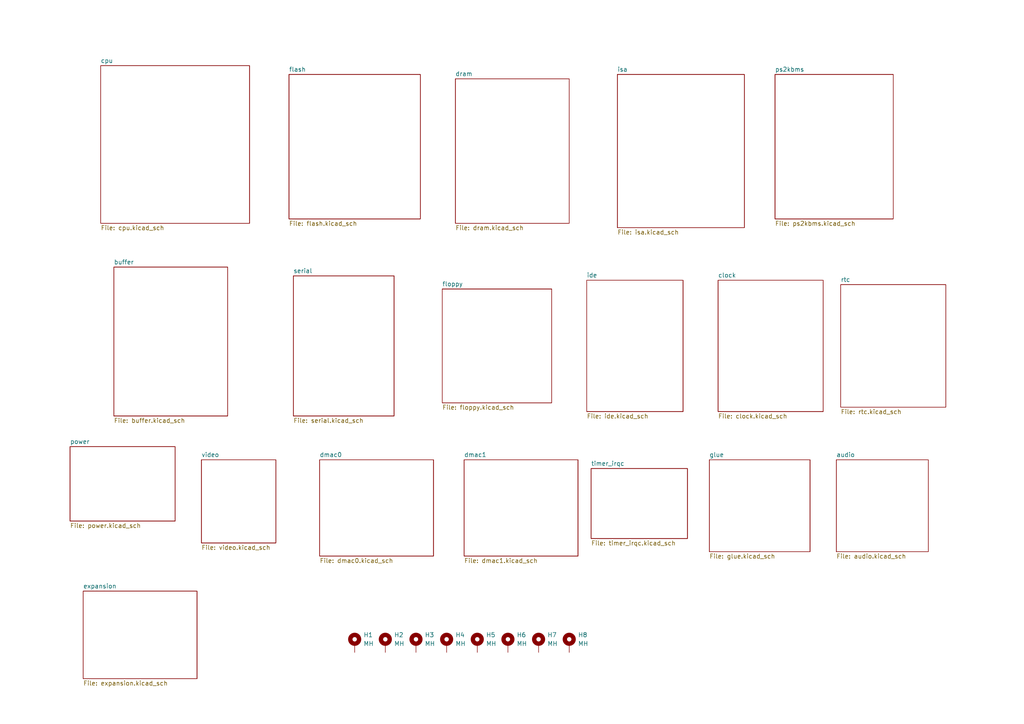
<source format=kicad_sch>
(kicad_sch (version 20230121) (generator eeschema)
  (paper "A4")
  (lib_symbols
    (symbol "Mechanical:MountingHole_Pad" (pin_numbers hide) (pin_names (offset 1.016) hide)
      (property "Reference" "H" (at 0 6.35 0))
      (property "Value" "MountingHole_Pad" (at 0 4.445 0))
      (symbol "MountingHole_Pad_0_1"
        (circle (center 0 1.27) (radius 1.27) (stroke (width 1.27)))
      )
      (symbol "MountingHole_Pad_1_1"
        (pin input line (at 0 -2.54 90) (length 2.54) (name "1") (number "1"))
      )
    )
  )
  (symbol (lib_id "Mechanical:MountingHole_Pad") (at 165.1 186.69 0) (unit 1)
    (property "Reference" "H8" (at 167.64 184.15 0) (effects (justify left)))
    (property "Value" "MH" (at 167.64 186.69 0) (effects (justify left)))
    (property "Footprint" "MountingHole:MountingHole_3.2mm_M3_Pad" (effects hide))
  )
  (symbol (lib_id "Mechanical:MountingHole_Pad") (at 129.54 186.69 0) (unit 1)
    (property "Reference" "H4" (at 132.08 184.15 0) (effects (justify left)))
    (property "Value" "MH" (at 132.08 186.69 0) (effects (justify left)))
    (property "Footprint" "MountingHole:MountingHole_3.2mm_M3_Pad" (effects hide))
  )
  (symbol (lib_id "Mechanical:MountingHole_Pad") (at 102.87 186.69 0) (unit 1)
    (property "Reference" "H1" (at 105.41 184.15 0) (effects (justify left)))
    (property "Value" "MH" (at 105.41 186.69 0) (effects (justify left)))
    (property "Footprint" "MountingHole:MountingHole_3.2mm_M3_Pad" (effects hide))
  )
  (symbol (lib_id "Mechanical:MountingHole_Pad") (at 138.43 186.69 0) (unit 1)
    (property "Reference" "H5" (at 140.97 184.15 0) (effects (justify left)))
    (property "Value" "MH" (at 140.97 186.69 0) (effects (justify left)))
    (property "Footprint" "MountingHole:MountingHole_3.2mm_M3_Pad" (effects hide))
  )
  (symbol (lib_id "Mechanical:MountingHole_Pad") (at 120.65 186.69 0) (unit 1)
    (property "Reference" "H3" (at 123.19 184.15 0) (effects (justify left)))
    (property "Value" "MH" (at 123.19 186.69 0) (effects (justify left)))
    (property "Footprint" "MountingHole:MountingHole_3.2mm_M3_Pad" (effects hide))
  )
  (symbol (lib_id "Mechanical:MountingHole_Pad") (at 156.21 186.69 0) (unit 1)
    (property "Reference" "H7" (at 158.75 184.15 0) (effects (justify left)))
    (property "Value" "MH" (at 158.75 186.69 0) (effects (justify left)))
    (property "Footprint" "MountingHole:MountingHole_3.2mm_M3_Pad" (effects hide))
  )
  (symbol (lib_id "Mechanical:MountingHole_Pad") (at 111.76 186.69 0) (unit 1)
    (property "Reference" "H2" (at 114.3 184.15 0) (effects (justify left)))
    (property "Value" "MH" (at 114.3 186.69 0) (effects (justify left)))
    (property "Footprint" "MountingHole:MountingHole_3.2mm_M3_Pad" (effects hide))
  )
  (symbol (lib_id "Mechanical:MountingHole_Pad") (at 147.32 186.69 0) (unit 1)
    (property "Reference" "H6" (at 149.86 184.15 0) (effects (justify left)))
    (property "Value" "MH" (at 149.86 186.69 0) (effects (justify left)))
    (property "Footprint" "MountingHole:MountingHole_3.2mm_M3_Pad" (effects hide))
  )
  (sheet (at 243.84 82.55) (size 30.48 35.56) (stroke (width 0.1524))
    (property "Sheetname" "rtc" (at 243.84 81.8384 0) (effects (justify left bottom)))
    (property "Sheetfile" "rtc.kicad_sch" (at 243.84 118.6946 0) (effects (justify left top)))
  )
  (sheet (at 24.13 171.45) (size 33.02 25.4) (stroke (width 0.1524))
    (property "Sheetname" "expansion" (at 24.13 170.7384 0) (effects (justify left bottom)))
    (property "Sheetfile" "expansion.kicad_sch" (at 24.13 197.4346 0) (effects (justify left top)))
  )
  (sheet (at 205.74 133.35) (size 29.21 26.67) (stroke (width 0.1524))
    (property "Sheetname" "glue" (at 205.74 132.6384 0) (effects (justify left bottom)))
    (property "Sheetfile" "glue.kicad_sch" (at 205.74 160.6046 0) (effects (justify left top)))
  )
  (sheet (at 29.21 19.05) (size 43.18 45.72) (stroke (width 0.1524))
    (property "Sheetname" "cpu" (at 29.21 18.3384 0) (effects (justify left bottom)))
    (property "Sheetfile" "cpu.kicad_sch" (at 29.21 65.3546 0) (effects (justify left top)))
  )
  (sheet (at 58.42 133.35) (size 21.59 24.13) (stroke (width 0.1524))
    (property "Sheetname" "video" (at 58.42 132.6384 0) (effects (justify left bottom)))
    (property "Sheetfile" "video.kicad_sch" (at 58.42 158.0646 0) (effects (justify left top)))
  )
  (sheet (at 20.32 129.54) (size 30.48 21.59) (stroke (width 0.1524))
    (property "Sheetname" "power" (at 20.32 128.8284 0) (effects (justify left bottom)))
    (property "Sheetfile" "power.kicad_sch" (at 20.32 151.7146 0) (effects (justify left top)))
  )
  (sheet (at 128.27 83.82) (size 31.75 33.02) (stroke (width 0.1524))
    (property "Sheetname" "floppy" (at 128.27 83.1084 0) (effects (justify left bottom)))
    (property "Sheetfile" "floppy.kicad_sch" (at 128.27 117.4246 0) (effects (justify left top)))
  )
  (sheet (at 33.02 77.47) (size 33.02 43.18) (stroke (width 0.1524))
    (property "Sheetname" "buffer" (at 33.02 76.7584 0) (effects (justify left bottom)))
    (property "Sheetfile" "buffer.kicad_sch" (at 33.02 121.2346 0) (effects (justify left top)))
  )
  (sheet (at 224.79 21.59) (size 34.29 41.91) (stroke (width 0.1524))
    (property "Sheetname" "ps2kbms" (at 224.79 20.8784 0) (effects (justify left bottom)))
    (property "Sheetfile" "ps2kbms.kicad_sch" (at 224.79 64.0846 0) (effects (justify left top)))
  )
  (sheet (at 83.82 21.59) (size 38.1 41.91) (stroke (width 0.1524))
    (property "Sheetname" "flash" (at 83.82 20.8784 0) (effects (justify left bottom)))
    (property "Sheetfile" "flash.kicad_sch" (at 83.82 64.0846 0) (effects (justify left top)))
  )
  (sheet (at 242.57 133.35) (size 26.67 26.67) (stroke (width 0.1524))
    (property "Sheetname" "audio" (at 242.57 132.6384 0) (effects (justify left bottom)))
    (property "Sheetfile" "audio.kicad_sch" (at 242.57 160.6046 0) (effects (justify left top)))
  )
  (sheet (at 92.71 133.35) (size 33.02 27.94) (stroke (width 0.1524))
    (property "Sheetname" "dmac0" (at 92.71 132.6384 0) (effects (justify left bottom)))
    (property "Sheetfile" "dmac0.kicad_sch" (at 92.71 161.8746 0) (effects (justify left top)))
  )
  (sheet (at 134.62 133.35) (size 33.02 27.94) (stroke (width 0.1524))
    (property "Sheetname" "dmac1" (at 134.62 132.6384 0) (effects (justify left bottom)))
    (property "Sheetfile" "dmac1.kicad_sch" (at 134.62 161.8746 0) (effects (justify left top)))
  )
  (sheet (at 85.09 80.01) (size 29.21 40.64) (stroke (width 0.1524))
    (property "Sheetname" "serial" (at 85.09 79.2984 0) (effects (justify left bottom)))
    (property "Sheetfile" "serial.kicad_sch" (at 85.09 121.2346 0) (effects (justify left top)))
  )
  (sheet (at 179.07 21.59) (size 36.83 44.45) (stroke (width 0.1524))
    (property "Sheetname" "isa" (at 179.07 20.8784 0) (effects (justify left bottom)))
    (property "Sheetfile" "isa.kicad_sch" (at 179.07 66.6246 0) (effects (justify left top)))
  )
  (sheet (at 208.28 81.28) (size 30.48 38.1) (stroke (width 0.1524))
    (property "Sheetname" "clock" (at 208.28 80.5684 0) (effects (justify left bottom)))
    (property "Sheetfile" "clock.kicad_sch" (at 208.28 119.9646 0) (effects (justify left top)))
  )
  (sheet (at 170.18 81.28) (size 27.94 38.1) (stroke (width 0.1524))
    (property "Sheetname" "ide" (at 170.18 80.5684 0) (effects (justify left bottom)))
    (property "Sheetfile" "ide.kicad_sch" (at 170.18 119.9646 0) (effects (justify left top)))
  )
  (sheet (at 171.45 135.89) (size 27.94 20.32) (stroke (width 0.1524))
    (property "Sheetname" "timer_irqc" (at 171.45 135.1784 0) (effects (justify left bottom)))
    (property "Sheetfile" "timer_irqc.kicad_sch" (at 171.45 156.7946 0) (effects (justify left top)))
  )
  (sheet (at 132.08 22.86) (size 33.02 41.91) (stroke (width 0.1524))
    (property "Sheetname" "dram" (at 132.08 22.1484 0) (effects (justify left bottom)))
    (property "Sheetfile" "dram.kicad_sch" (at 132.08 65.3546 0) (effects (justify left top)))
  )
)
</source>
